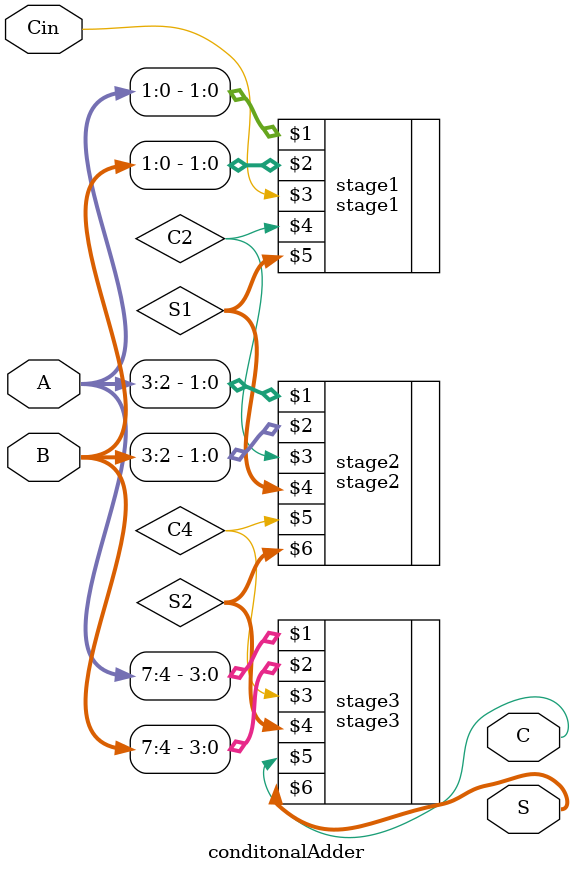
<source format=v>
module conditonalAdder(A, B, Cin, C, S);
input [7:0] A, B;
input Cin;
output [7:0] S;
output C;

wire [1:0] S1;
wire [3:0] S2;
stage1 stage1(A[1:0], B[1:0], Cin, C2, S1);
stage2 stage2(A[3:2], B[3:2], C2, S1, C4, S2);
stage3 stage3(A[7:4], B[7:4], C4, S2, C, S); 
endmodule

</source>
